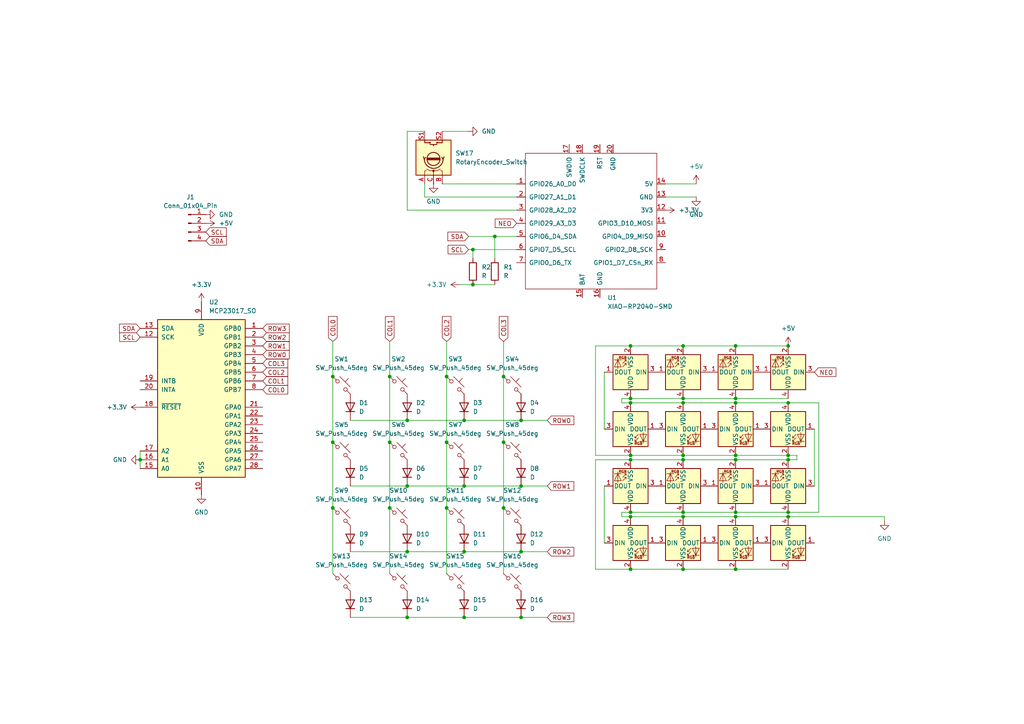
<source format=kicad_sch>
(kicad_sch (version 20231120) (generator "eeschema") (generator_version "8.0")
  (paper "A4")
  (lib_symbols
    (symbol "Connector:Conn_01x04_Pin" (pin_names (offset 1.016) hide)
      (property "Reference" "J" (at 0 5.08 0))
      (property "Value" "Conn_01x04_Pin" (at 0 -7.62 0))
      (symbol "Conn_01x04_Pin_1_1"
        (polyline (pts (xy 1.27 -5.08) (xy 0.8636 -5.08)) (stroke (width 0.1524)))
        (polyline (pts (xy 1.27 -2.54) (xy 0.8636 -2.54)) (stroke (width 0.1524)))
        (polyline (pts (xy 1.27 0) (xy 0.8636 0)) (stroke (width 0.1524)))
        (polyline (pts (xy 1.27 2.54) (xy 0.8636 2.54)) (stroke (width 0.1524)))
        (rectangle (start 0.8636 -4.953) (end 0 -5.207) (stroke (width 0.1524)) (fill (type outline)))
        (rectangle (start 0.8636 -2.413) (end 0 -2.667) (stroke (width 0.1524)) (fill (type outline)))
        (rectangle (start 0.8636 0.127) (end 0 -0.127) (stroke (width 0.1524)) (fill (type outline)))
        (rectangle (start 0.8636 2.667) (end 0 2.413) (stroke (width 0.1524)) (fill (type outline)))
        (pin passive line (at 5.08 2.54 180) (length 3.81) (name "Pin_1") (number "1"))
        (pin passive line (at 5.08 0 180) (length 3.81) (name "Pin_2") (number "2"))
        (pin passive line (at 5.08 -2.54 180) (length 3.81) (name "Pin_3") (number "3"))
        (pin passive line (at 5.08 -5.08 180) (length 3.81) (name "Pin_4") (number "4"))
      )
    )
    (symbol "Device:D" (pin_numbers hide) (pin_names (offset 1.016) hide)
      (property "Reference" "D" (at 0 2.54 0))
      (property "Value" "D" (at 0 -2.54 0))
      (symbol "D_0_1"
        (polyline (pts (xy -1.27 1.27) (xy -1.27 -1.27)) (stroke (width 0.254)))
        (polyline (pts (xy 1.27 0) (xy -1.27 0)))
        (polyline (pts (xy 1.27 1.27) (xy 1.27 -1.27) (xy -1.27 0) (xy 1.27 1.27)) (stroke (width 0.254)))
      )
      (symbol "D_1_1"
        (pin passive line (at -3.81 0 0) (length 2.54) (name "K") (number "1"))
        (pin passive line (at 3.81 0 180) (length 2.54) (name "A") (number "2"))
      )
    )
    (symbol "Device:R" (pin_numbers hide) (pin_names (offset 0))
      (property "Reference" "R" (at 2.032 0 90))
      (property "Value" "R" (at 0 0 90))
      (symbol "R_0_1"
        (rectangle (start -1.016 -2.54) (end 1.016 2.54) (stroke (width 0.254)))
      )
      (symbol "R_1_1"
        (pin passive line (at 0 3.81 270) (length 1.27) (name "~") (number "1"))
        (pin passive line (at 0 -3.81 90) (length 1.27) (name "~") (number "2"))
      )
    )
    (symbol "Device:RotaryEncoder_Switch" (pin_names (offset 0.254) hide)
      (property "Reference" "SW" (at 0 6.604 0))
      (property "Value" "RotaryEncoder_Switch" (at 0 -6.604 0))
      (symbol "RotaryEncoder_Switch_0_1"
        (rectangle (start -5.08 5.08) (end 5.08 -5.08) (stroke (width 0.254)) (fill (type background)))
        (circle (center -3.81 0) (radius 0.254) (fill (type outline)))
        (circle (center -0.381 0) (radius 1.905) (stroke (width 0.254)))
        (arc (start -0.381 2.667) (mid -3.0988 -0.0635) (end -0.381 -2.794) (stroke (width 0.254)))
        (polyline (pts (xy -0.635 -1.778) (xy -0.635 1.778)) (stroke (width 0.254)))
        (polyline (pts (xy -0.381 -1.778) (xy -0.381 1.778)) (stroke (width 0.254)))
        (polyline (pts (xy -0.127 1.778) (xy -0.127 -1.778)) (stroke (width 0.254)))
        (polyline (pts (xy 3.81 0) (xy 3.429 0)) (stroke (width 0.254)))
        (polyline (pts (xy 3.81 1.016) (xy 3.81 -1.016)) (stroke (width 0.254)))
        (polyline (pts (xy -5.08 -2.54) (xy -3.81 -2.54) (xy -3.81 -2.032)))
        (polyline (pts (xy -5.08 2.54) (xy -3.81 2.54) (xy -3.81 2.032)))
        (polyline (pts (xy 0.254 -3.048) (xy -0.508 -2.794) (xy 0.127 -2.413)) (stroke (width 0.254)))
        (polyline (pts (xy 0.254 2.921) (xy -0.508 2.667) (xy 0.127 2.286)) (stroke (width 0.254)))
        (polyline (pts (xy 5.08 -2.54) (xy 4.318 -2.54) (xy 4.318 -1.016)) (stroke (width 0.254)))
        (polyline (pts (xy 5.08 2.54) (xy 4.318 2.54) (xy 4.318 1.016)) (stroke (width 0.254)))
        (polyline (pts (xy -5.08 0) (xy -3.81 0) (xy -3.81 -1.016) (xy -3.302 -2.032)))
        (polyline (pts (xy -4.318 0) (xy -3.81 0) (xy -3.81 1.016) (xy -3.302 2.032)))
        (circle (center 4.318 -1.016) (radius 0.127) (stroke (width 0.254)))
        (circle (center 4.318 1.016) (radius 0.127) (stroke (width 0.254)))
      )
      (symbol "RotaryEncoder_Switch_1_1"
        (pin passive line (at -7.62 2.54 0) (length 2.54) (name "A") (number "A"))
        (pin passive line (at -7.62 -2.54 0) (length 2.54) (name "B") (number "B"))
        (pin passive line (at -7.62 0 0) (length 2.54) (name "C") (number "C"))
        (pin passive line (at 7.62 2.54 180) (length 2.54) (name "S1") (number "S1"))
        (pin passive line (at 7.62 -2.54 180) (length 2.54) (name "S2") (number "S2"))
      )
    )
    (symbol "Interface_Expansion:MCP23017_SO" (pin_names (offset 1.016))
      (property "Reference" "U" (at -11.43 24.13 0))
      (property "Value" "MCP23017_SO" (at 0 0 0))
      (symbol "MCP23017_SO_0_1"
        (rectangle (start -12.7 22.86) (end 12.7 -22.86) (stroke (width 0.254)) (fill (type background)))
      )
      (symbol "MCP23017_SO_1_1"
        (pin bidirectional line (at 17.78 20.32 180) (length 5.08) (name "GPB0") (number "1"))
        (pin power_in line (at 0 -27.94 90) (length 5.08) (name "VSS") (number "10"))
        (pin no_connect line (at -12.7 15.24 0) (length 5.08) hide (name "NC") (number "11"))
        (pin input line (at -17.78 17.78 0) (length 5.08) (name "SCK") (number "12"))
        (pin bidirectional line (at -17.78 20.32 0) (length 5.08) (name "SDA") (number "13"))
        (pin no_connect line (at -12.7 12.7 0) (length 5.08) hide (name "NC") (number "14"))
        (pin input line (at -17.78 -20.32 0) (length 5.08) (name "A0") (number "15"))
        (pin input line (at -17.78 -17.78 0) (length 5.08) (name "A1") (number "16"))
        (pin input line (at -17.78 -15.24 0) (length 5.08) (name "A2") (number "17"))
        (pin input line (at -17.78 -2.54 0) (length 5.08) (name "~{RESET}") (number "18"))
        (pin tri_state line (at -17.78 5.08 0) (length 5.08) (name "INTB") (number "19"))
        (pin bidirectional line (at 17.78 17.78 180) (length 5.08) (name "GPB1") (number "2"))
        (pin tri_state line (at -17.78 2.54 0) (length 5.08) (name "INTA") (number "20"))
        (pin bidirectional line (at 17.78 -2.54 180) (length 5.08) (name "GPA0") (number "21"))
        (pin bidirectional line (at 17.78 -5.08 180) (length 5.08) (name "GPA1") (number "22"))
        (pin bidirectional line (at 17.78 -7.62 180) (length 5.08) (name "GPA2") (number "23"))
        (pin bidirectional line (at 17.78 -10.16 180) (length 5.08) (name "GPA3") (number "24"))
        (pin bidirectional line (at 17.78 -12.7 180) (length 5.08) (name "GPA4") (number "25"))
        (pin bidirectional line (at 17.78 -15.24 180) (length 5.08) (name "GPA5") (number "26"))
        (pin bidirectional line (at 17.78 -17.78 180) (length 5.08) (name "GPA6") (number "27"))
        (pin bidirectional line (at 17.78 -20.32 180) (length 5.08) (name "GPA7") (number "28"))
        (pin bidirectional line (at 17.78 15.24 180) (length 5.08) (name "GPB2") (number "3"))
        (pin bidirectional line (at 17.78 12.7 180) (length 5.08) (name "GPB3") (number "4"))
        (pin bidirectional line (at 17.78 10.16 180) (length 5.08) (name "GPB4") (number "5"))
        (pin bidirectional line (at 17.78 7.62 180) (length 5.08) (name "GPB5") (number "6"))
        (pin bidirectional line (at 17.78 5.08 180) (length 5.08) (name "GPB6") (number "7"))
        (pin bidirectional line (at 17.78 2.54 180) (length 5.08) (name "GPB7") (number "8"))
        (pin power_in line (at 0 27.94 270) (length 5.08) (name "VDD") (number "9"))
      )
    )
    (symbol "LED:SK6812MINI" (pin_names (offset 0.254))
      (property "Reference" "D" (at 5.08 5.715 0))
      (property "Value" "SK6812MINI" (at 1.27 -5.715 0))
      (symbol "SK6812MINI_0_0"
        (text "RGB" (at 2.286 -4.191 0) (effects (font (size 0.762 0.762))))
      )
      (symbol "SK6812MINI_0_1"
        (polyline (pts (xy 1.27 -3.556) (xy 1.778 -3.556)))
        (polyline (pts (xy 1.27 -2.54) (xy 1.778 -2.54)))
        (polyline (pts (xy 4.699 -3.556) (xy 2.667 -3.556)))
        (polyline (pts (xy 2.286 -2.54) (xy 1.27 -3.556) (xy 1.27 -3.048)))
        (polyline (pts (xy 2.286 -1.524) (xy 1.27 -2.54) (xy 1.27 -2.032)))
        (polyline (pts (xy 3.683 -1.016) (xy 3.683 -3.556) (xy 3.683 -4.064)))
        (polyline (pts (xy 4.699 -1.524) (xy 2.667 -1.524) (xy 3.683 -3.556) (xy 4.699 -1.524)))
        (rectangle (start 5.08 5.08) (end -5.08 -5.08) (stroke (width 0.254)) (fill (type background)))
      )
      (symbol "SK6812MINI_1_1"
        (pin output line (at 7.62 0 180) (length 2.54) (name "DOUT") (number "1"))
        (pin power_in line (at 0 -7.62 90) (length 2.54) (name "VSS") (number "2"))
        (pin input line (at -7.62 0 0) (length 2.54) (name "DIN") (number "3"))
        (pin power_in line (at 0 7.62 270) (length 2.54) (name "VDD") (number "4"))
      )
    )
    (symbol "Seeed_Studio_XIAO_Series:XIAO-RP2040-SMD" (pin_names (offset 1.016))
      (property "Reference" "U" (at -18.542 23.114 0))
      (property "Value" "XIAO-RP2040-SMD" (at -8.382 21.336 0))
      (symbol "XIAO-RP2040-SMD_0_1"
        (rectangle (start 19.05 -19.05) (end -19.05 20.32))
      )
      (symbol "XIAO-RP2040-SMD_1_1"
        (pin passive line (at -21.59 11.43 0) (length 2.54) (name "GPIO26_A0_D0") (number "1"))
        (pin passive line (at 21.59 -3.81 180) (length 2.54) (name "GPIO4_D9_MISO") (number "10"))
        (pin passive line (at 21.59 0 180) (length 2.54) (name "GPIO3_D10_MOSI") (number "11"))
        (pin passive line (at 21.59 3.81 180) (length 2.54) (name "3V3") (number "12"))
        (pin passive line (at 21.59 7.62 180) (length 2.54) (name "GND") (number "13"))
        (pin passive line (at 21.59 11.43 180) (length 2.54) (name "5V") (number "14"))
        (pin passive line (at -2.54 -21.59 90) (length 2.54) (name "BAT") (number "15"))
        (pin passive line (at 2.54 -21.59 90) (length 2.54) (name "GND") (number "16"))
        (pin passive line (at -6.35 22.86 270) (length 2.54) (name "SWDIO") (number "17"))
        (pin passive line (at -2.54 22.86 270) (length 2.54) (name "SWDCLK") (number "18"))
        (pin passive line (at 2.54 22.86 270) (length 2.54) (name "RST") (number "19"))
        (pin passive line (at -21.59 7.62 0) (length 2.54) (name "GPIO27_A1_D1") (number "2"))
        (pin passive line (at 6.35 22.86 270) (length 2.54) (name "GND") (number "20"))
        (pin passive line (at -21.59 3.81 0) (length 2.54) (name "GPIO28_A2_D2") (number "3"))
        (pin passive line (at -21.59 0 0) (length 2.54) (name "GPIO29_A3_D3") (number "4"))
        (pin passive line (at -21.59 -3.81 0) (length 2.54) (name "GPIO6_D4_SDA") (number "5"))
        (pin passive line (at -21.59 -7.62 0) (length 2.54) (name "GPIO7_D5_SCL") (number "6"))
        (pin passive line (at -21.59 -11.43 0) (length 2.54) (name "GPIO0_D6_TX") (number "7"))
        (pin passive line (at 21.59 -11.43 180) (length 2.54) (name "GPIO1_D7_CSn_RX") (number "8"))
        (pin passive line (at 21.59 -7.62 180) (length 2.54) (name "GPIO2_D8_SCK") (number "9"))
      )
    )
    (symbol "Switch:SW_Push_45deg" (pin_numbers hide) (pin_names (offset 1.016) hide)
      (property "Reference" "SW" (at 3.048 1.016 0))
      (property "Value" "SW_Push_45deg" (at 0 -3.81 0))
      (symbol "SW_Push_45deg_0_1"
        (circle (center -1.1684 1.1684) (radius 0.508))
        (polyline (pts (xy -0.508 2.54) (xy 2.54 -0.508)))
        (polyline (pts (xy 1.016 1.016) (xy 2.032 2.032)))
        (polyline (pts (xy -2.54 2.54) (xy -1.524 1.524) (xy -1.524 1.524)))
        (polyline (pts (xy 1.524 -1.524) (xy 2.54 -2.54) (xy 2.54 -2.54) (xy 2.54 -2.54)))
        (circle (center 1.143 -1.1938) (radius 0.508))
        (pin passive line (at -2.54 2.54 0) (length 0) (name "1") (number "1"))
        (pin passive line (at 2.54 -2.54 180) (length 0) (name "2") (number "2"))
      )
    )
    (symbol "power:+3.3V" (power) (pin_numbers hide) (pin_names (offset 0) hide)
      (property "Value" "+3.3V" (at 0 3.556 0))
      (symbol "+3.3V_0_1"
        (polyline (pts (xy -0.762 1.27) (xy 0 2.54)))
        (polyline (pts (xy 0 0) (xy 0 2.54)))
        (polyline (pts (xy 0 2.54) (xy 0.762 1.27)))
      )
      (symbol "+3.3V_1_1"
        (pin power_in line (at 0 0 90) (length 0) (name "~") (number "1"))
      )
    )
    (symbol "power:+5V" (power) (pin_numbers hide) (pin_names (offset 0) hide)
      (property "Value" "+5V" (at 0 3.556 0))
      (symbol "+5V_0_1"
        (polyline (pts (xy -0.762 1.27) (xy 0 2.54)))
        (polyline (pts (xy 0 0) (xy 0 2.54)))
        (polyline (pts (xy 0 2.54) (xy 0.762 1.27)))
      )
      (symbol "+5V_1_1"
        (pin power_in line (at 0 0 90) (length 0) (name "~") (number "1"))
      )
    )
    (symbol "power:GND" (power) (pin_numbers hide) (pin_names (offset 0) hide)
      (property "Value" "GND" (at 0 -3.81 0))
      (symbol "GND_0_1"
        (polyline (pts (xy 0 0) (xy 0 -1.27) (xy 1.27 -1.27) (xy 0 -2.54) (xy -1.27 -1.27) (xy 0 -1.27)))
      )
      (symbol "GND_1_1"
        (pin power_in line (at 0 0 270) (length 0) (name "~") (number "1"))
      )
    )
  )
  (junction (at 213.36 132.08))
  (junction (at 198.12 133.35))
  (junction (at 198.12 149.86))
  (junction (at 134.62 121.92))
  (junction (at 198.12 165.1))
  (junction (at 213.36 149.86))
  (junction (at 137.16 72.39))
  (junction (at 146.05 128.27))
  (junction (at 118.11 179.07))
  (junction (at 182.88 100.33))
  (junction (at 146.05 109.22))
  (junction (at 228.6 116.84))
  (junction (at 96.52 147.32))
  (junction (at 182.88 148.59))
  (junction (at 182.88 132.08))
  (junction (at 198.12 115.57))
  (junction (at 129.54 128.27))
  (junction (at 134.62 179.07))
  (junction (at 198.12 100.33))
  (junction (at 137.16 82.55))
  (junction (at 129.54 109.22))
  (junction (at 113.03 109.22))
  (junction (at 151.13 140.97))
  (junction (at 151.13 179.07))
  (junction (at 151.13 160.02))
  (junction (at 213.36 133.35))
  (junction (at 129.54 147.32))
  (junction (at 146.05 147.32))
  (junction (at 213.36 115.57))
  (junction (at 182.88 165.1))
  (junction (at 228.6 100.33))
  (junction (at 213.36 148.59))
  (junction (at 198.12 116.84))
  (junction (at 96.52 109.22))
  (junction (at 134.62 140.97))
  (junction (at 40.64 133.35))
  (junction (at 228.6 132.08))
  (junction (at 198.12 148.59))
  (junction (at 151.13 121.92))
  (junction (at 228.6 133.35))
  (junction (at 198.12 132.08))
  (junction (at 182.88 133.35))
  (junction (at 228.6 149.86))
  (junction (at 118.11 140.97))
  (junction (at 228.6 148.59))
  (junction (at 143.51 68.58))
  (junction (at 113.03 147.32))
  (junction (at 182.88 115.57))
  (junction (at 213.36 116.84))
  (junction (at 118.11 160.02))
  (junction (at 182.88 149.86))
  (junction (at 182.88 116.84))
  (junction (at 118.11 121.92))
  (junction (at 96.52 128.27))
  (junction (at 213.36 100.33))
  (junction (at 113.03 128.27))
  (junction (at 134.62 160.02))
  (junction (at 213.36 165.1))
  (wire (pts (xy 123.19 38.1) (xy 118.11 38.1)))
  (wire (pts (xy 151.13 160.02) (xy 158.75 160.02)))
  (wire (pts (xy 180.34 148.59) (xy 180.34 149.86)))
  (wire (pts (xy 182.88 149.86) (xy 198.12 149.86)))
  (wire (pts (xy 172.72 132.08) (xy 182.88 132.08)))
  (wire (pts (xy 137.16 74.93) (xy 137.16 72.39)))
  (wire (pts (xy 146.05 147.32) (xy 146.05 166.37)))
  (wire (pts (xy 137.16 72.39) (xy 135.89 72.39)))
  (wire (pts (xy 137.16 72.39) (xy 149.86 72.39)))
  (wire (pts (xy 129.54 109.22) (xy 129.54 128.27)))
  (wire (pts (xy 182.88 132.08) (xy 198.12 132.08)))
  (wire (pts (xy 182.88 165.1) (xy 198.12 165.1)))
  (wire (pts (xy 96.52 99.06) (xy 96.52 109.22)))
  (wire (pts (xy 135.89 68.58) (xy 143.51 68.58)))
  (wire (pts (xy 236.22 124.46) (xy 236.22 140.97)))
  (wire (pts (xy 172.72 100.33) (xy 172.72 132.08)))
  (wire (pts (xy 237.49 148.59) (xy 228.6 148.59)))
  (wire (pts (xy 198.12 133.35) (xy 182.88 133.35)))
  (wire (pts (xy 129.54 128.27) (xy 129.54 147.32)))
  (wire (pts (xy 175.26 140.97) (xy 175.26 157.48)))
  (wire (pts (xy 123.19 57.15) (xy 149.86 57.15)))
  (wire (pts (xy 182.88 133.35) (xy 172.72 133.35)))
  (wire (pts (xy 129.54 147.32) (xy 129.54 166.37)))
  (wire (pts (xy 198.12 165.1) (xy 213.36 165.1)))
  (wire (pts (xy 180.34 116.84) (xy 182.88 116.84)))
  (wire (pts (xy 118.11 121.92) (xy 134.62 121.92)))
  (wire (pts (xy 151.13 179.07) (xy 158.75 179.07)))
  (wire (pts (xy 118.11 60.96) (xy 149.86 60.96)))
  (wire (pts (xy 134.62 179.07) (xy 151.13 179.07)))
  (wire (pts (xy 118.11 140.97) (xy 134.62 140.97)))
  (wire (pts (xy 198.12 100.33) (xy 182.88 100.33)))
  (wire (pts (xy 228.6 133.35) (xy 213.36 133.35)))
  (wire (pts (xy 198.12 149.86) (xy 213.36 149.86)))
  (wire (pts (xy 198.12 115.57) (xy 182.88 115.57)))
  (wire (pts (xy 143.51 68.58) (xy 149.86 68.58)))
  (wire (pts (xy 228.6 100.33) (xy 213.36 100.33)))
  (wire (pts (xy 134.62 160.02) (xy 151.13 160.02)))
  (wire (pts (xy 40.64 130.81) (xy 40.64 133.35)))
  (wire (pts (xy 118.11 38.1) (xy 118.11 60.96)))
  (wire (pts (xy 231.14 132.08) (xy 231.14 133.35)))
  (wire (pts (xy 143.51 74.93) (xy 143.51 68.58)))
  (wire (pts (xy 180.34 115.57) (xy 180.34 116.84)))
  (wire (pts (xy 256.54 149.86) (xy 256.54 151.13)))
  (wire (pts (xy 193.04 53.34) (xy 201.93 53.34)))
  (wire (pts (xy 113.03 109.22) (xy 113.03 128.27)))
  (wire (pts (xy 96.52 109.22) (xy 96.52 128.27)))
  (wire (pts (xy 129.54 99.06) (xy 129.54 109.22)))
  (wire (pts (xy 40.64 133.35) (xy 40.64 135.89)))
  (wire (pts (xy 134.62 140.97) (xy 151.13 140.97)))
  (wire (pts (xy 182.88 148.59) (xy 180.34 148.59)))
  (wire (pts (xy 228.6 116.84) (xy 237.49 116.84)))
  (wire (pts (xy 175.26 107.95) (xy 175.26 124.46)))
  (wire (pts (xy 118.11 160.02) (xy 134.62 160.02)))
  (wire (pts (xy 113.03 128.27) (xy 113.03 147.32)))
  (wire (pts (xy 213.36 100.33) (xy 198.12 100.33)))
  (wire (pts (xy 172.72 133.35) (xy 172.72 165.1)))
  (wire (pts (xy 213.36 116.84) (xy 228.6 116.84)))
  (wire (pts (xy 213.36 133.35) (xy 198.12 133.35)))
  (wire (pts (xy 213.36 165.1) (xy 228.6 165.1)))
  (wire (pts (xy 151.13 121.92) (xy 158.75 121.92)))
  (wire (pts (xy 182.88 116.84) (xy 198.12 116.84)))
  (wire (pts (xy 101.6 140.97) (xy 118.11 140.97)))
  (wire (pts (xy 198.12 148.59) (xy 182.88 148.59)))
  (wire (pts (xy 151.13 140.97) (xy 158.75 140.97)))
  (wire (pts (xy 113.03 99.06) (xy 113.03 109.22)))
  (wire (pts (xy 101.6 121.92) (xy 118.11 121.92)))
  (wire (pts (xy 182.88 100.33) (xy 172.72 100.33)))
  (wire (pts (xy 180.34 149.86) (xy 182.88 149.86)))
  (wire (pts (xy 193.04 57.15) (xy 201.93 57.15)))
  (wire (pts (xy 146.05 99.06) (xy 146.05 109.22)))
  (wire (pts (xy 228.6 132.08) (xy 231.14 132.08)))
  (wire (pts (xy 213.36 132.08) (xy 228.6 132.08)))
  (wire (pts (xy 134.62 121.92) (xy 151.13 121.92)))
  (wire (pts (xy 198.12 116.84) (xy 213.36 116.84)))
  (wire (pts (xy 146.05 128.27) (xy 146.05 147.32)))
  (wire (pts (xy 231.14 133.35) (xy 228.6 133.35)))
  (wire (pts (xy 128.27 38.1) (xy 135.89 38.1)))
  (wire (pts (xy 96.52 128.27) (xy 96.52 147.32)))
  (wire (pts (xy 128.27 53.34) (xy 149.86 53.34)))
  (wire (pts (xy 182.88 115.57) (xy 180.34 115.57)))
  (wire (pts (xy 172.72 165.1) (xy 182.88 165.1)))
  (wire (pts (xy 118.11 179.07) (xy 134.62 179.07)))
  (wire (pts (xy 96.52 147.32) (xy 96.52 166.37)))
  (wire (pts (xy 213.36 115.57) (xy 198.12 115.57)))
  (wire (pts (xy 228.6 149.86) (xy 256.54 149.86)))
  (wire (pts (xy 228.6 148.59) (xy 213.36 148.59)))
  (wire (pts (xy 237.49 116.84) (xy 237.49 148.59)))
  (wire (pts (xy 228.6 115.57) (xy 213.36 115.57)))
  (wire (pts (xy 213.36 149.86) (xy 228.6 149.86)))
  (wire (pts (xy 113.03 147.32) (xy 113.03 166.37)))
  (wire (pts (xy 101.6 179.07) (xy 118.11 179.07)))
  (wire (pts (xy 101.6 160.02) (xy 118.11 160.02)))
  (wire (pts (xy 198.12 132.08) (xy 213.36 132.08)))
  (wire (pts (xy 146.05 109.22) (xy 146.05 128.27)))
  (wire (pts (xy 137.16 82.55) (xy 143.51 82.55)))
  (wire (pts (xy 123.19 57.15) (xy 123.19 53.34)))
  (wire (pts (xy 213.36 148.59) (xy 198.12 148.59)))
  (wire (pts (xy 133.35 82.55) (xy 137.16 82.55)))
  (global_label "COL2" (shape input) (at 129.54 99.06 90) (property "Intersheetrefs" "${INTERSHEET_REFS}" (effects (hide yes))))
  (global_label "SDA" (shape input) (at 40.64 95.25 180) (property "Intersheetrefs" "${INTERSHEET_REFS}" (effects (hide yes))))
  (global_label "ROW2" (shape input) (at 76.2 97.79 0) (property "Intersheetrefs" "${INTERSHEET_REFS}" (effects (hide yes))))
  (global_label "ROW1" (shape input) (at 158.75 140.97 0) (property "Intersheetrefs" "${INTERSHEET_REFS}" (effects (hide yes))))
  (global_label "COL1" (shape input) (at 76.2 110.49 0) (property "Intersheetrefs" "${INTERSHEET_REFS}" (effects (hide yes))))
  (global_label "ROW3" (shape input) (at 158.75 179.07 0) (property "Intersheetrefs" "${INTERSHEET_REFS}" (effects (hide yes))))
  (global_label "ROW2" (shape input) (at 158.75 160.02 0) (property "Intersheetrefs" "${INTERSHEET_REFS}" (effects (hide yes))))
  (global_label "NEO" (shape input) (at 149.86 64.77 180) (property "Intersheetrefs" "${INTERSHEET_REFS}" (effects (hide yes))))
  (global_label "COL2" (shape input) (at 76.2 107.95 0) (property "Intersheetrefs" "${INTERSHEET_REFS}" (effects (hide yes))))
  (global_label "SCL" (shape input) (at 40.64 97.79 180) (property "Intersheetrefs" "${INTERSHEET_REFS}" (effects (hide yes))))
  (global_label "COL0" (shape input) (at 76.2 113.03 0) (property "Intersheetrefs" "${INTERSHEET_REFS}" (effects (hide yes))))
  (global_label "COL0" (shape input) (at 96.52 99.06 90) (property "Intersheetrefs" "${INTERSHEET_REFS}" (effects (hide yes))))
  (global_label "COL1" (shape input) (at 113.03 99.06 90) (property "Intersheetrefs" "${INTERSHEET_REFS}" (effects (hide yes))))
  (global_label "ROW0" (shape input) (at 76.2 102.87 0) (property "Intersheetrefs" "${INTERSHEET_REFS}" (effects (hide yes))))
  (global_label "SDA" (shape input) (at 135.89 68.58 180) (property "Intersheetrefs" "${INTERSHEET_REFS}" (effects (hide yes))))
  (global_label "ROW1" (shape input) (at 76.2 100.33 0) (property "Intersheetrefs" "${INTERSHEET_REFS}" (effects (hide yes))))
  (global_label "ROW3" (shape input) (at 76.2 95.25 0) (property "Intersheetrefs" "${INTERSHEET_REFS}" (effects (hide yes))))
  (global_label "SCL" (shape input) (at 59.69 67.31 0) (property "Intersheetrefs" "${INTERSHEET_REFS}" (effects (hide yes))))
  (global_label "COL3" (shape input) (at 76.2 105.41 0) (property "Intersheetrefs" "${INTERSHEET_REFS}" (effects (hide yes))))
  (global_label "ROW0" (shape input) (at 158.75 121.92 0) (property "Intersheetrefs" "${INTERSHEET_REFS}" (effects (hide yes))))
  (global_label "SDA" (shape input) (at 59.69 69.85 0) (property "Intersheetrefs" "${INTERSHEET_REFS}" (effects (hide yes))))
  (global_label "NEO" (shape input) (at 236.22 107.95 0) (property "Intersheetrefs" "${INTERSHEET_REFS}" (effects (hide yes))))
  (global_label "SCL" (shape input) (at 135.89 72.39 180) (property "Intersheetrefs" "${INTERSHEET_REFS}" (effects (hide yes))))
  (global_label "COL3" (shape input) (at 146.05 99.06 90) (property "Intersheetrefs" "${INTERSHEET_REFS}" (effects (hide yes))))
  (symbol (lib_id "LED:SK6812MINI") (at 213.36 107.95 180) (unit 1)
    (property "Reference" "D18" (effects (hide yes)))
    (property "Value" "SK6812MINI" (effects (hide yes)))
    (property "Footprint" "CustomLib:GoofyLED" (effects (hide yes)))
    (property "Datasheet" "https://cdn-shop.adafruit.com/product-files/2686/SK6812MINI_REV.01-1-2.pdf" (effects (hide yes)))
    (property "Description" "RGB LED with integrated controller" (effects (hide yes)))
  )
  (symbol (lib_id "Device:D") (at 118.11 175.26 90) (unit 1)
    (property "Reference" "D14" (at 120.65 173.9899 90) (effects (justify right)))
    (property "Value" "D" (at 120.65 176.5299 90) (effects (justify right)))
    (property "Footprint" "Diode_THT:D_DO-35_SOD27_P7.62mm_Horizontal" (effects (hide yes)))
    (property "Description" "Diode" (effects (hide yes)))
    (property "Sim.Device" "D" (effects (hide yes)))
    (property "Sim.Pins" "1=K 2=A" (effects (hide yes)))
  )
  (symbol (lib_id "Switch:SW_Push_45deg") (at 132.08 168.91 0) (unit 1)
    (property "Reference" "SW15" (at 132.08 161.29 0))
    (property "Value" "SW_Push_45deg" (at 132.08 163.83 0))
    (property "Footprint" "CustomLib:CustomSwitch" (effects (hide yes)))
    (property "Description" "Push button switch, normally open, two pins, 45° tilted" (effects (hide yes)))
  )
  (symbol (lib_id "Switch:SW_Push_45deg") (at 99.06 168.91 0) (unit 1)
    (property "Reference" "SW13" (at 99.06 161.29 0))
    (property "Value" "SW_Push_45deg" (at 99.06 163.83 0))
    (property "Footprint" "CustomLib:CustomSwitch" (effects (hide yes)))
    (property "Description" "Push button switch, normally open, two pins, 45° tilted" (effects (hide yes)))
  )
  (symbol (lib_id "power:+5V") (at 228.6 100.33 0) (unit 1)
    (property "Reference" "#PWR012" (effects (hide yes)))
    (property "Value" "+5V" (at 228.6 95.25 0))
    (property "Description" "Power symbol creates a global label with name \"+5V\"" (effects (hide yes)))
  )
  (symbol (lib_id "Device:D") (at 101.6 156.21 90) (unit 1)
    (property "Reference" "D9" (at 104.14 154.9399 90) (effects (justify right)))
    (property "Value" "D" (at 104.14 157.4799 90) (effects (justify right)))
    (property "Footprint" "Diode_THT:D_DO-35_SOD27_P7.62mm_Horizontal" (effects (hide yes)))
    (property "Description" "Diode" (effects (hide yes)))
    (property "Sim.Device" "D" (effects (hide yes)))
    (property "Sim.Pins" "1=K 2=A" (effects (hide yes)))
  )
  (symbol (lib_id "LED:SK6812MINI") (at 182.88 140.97 180) (unit 1)
    (property "Reference" "D28" (effects (hide yes)))
    (property "Value" "SK6812MINI" (effects (hide yes)))
    (property "Footprint" "CustomLib:GoofyLED" (effects (hide yes)))
    (property "Datasheet" "https://cdn-shop.adafruit.com/product-files/2686/SK6812MINI_REV.01-1-2.pdf" (effects (hide yes)))
    (property "Description" "RGB LED with integrated controller" (effects (hide yes)))
  )
  (symbol (lib_id "LED:SK6812MINI") (at 198.12 157.48 0) (unit 1)
    (property "Reference" "D30" (effects (hide yes)))
    (property "Value" "SK6812MINI" (effects (hide yes)))
    (property "Footprint" "CustomLib:GoofyLED" (effects (hide yes)))
    (property "Datasheet" "https://cdn-shop.adafruit.com/product-files/2686/SK6812MINI_REV.01-1-2.pdf" (effects (hide yes)))
    (property "Description" "RGB LED with integrated controller" (effects (hide yes)))
  )
  (symbol (lib_id "power:+3.3V") (at 58.42 87.63 0) (unit 1)
    (property "Reference" "#PWR09" (effects (hide yes)))
    (property "Value" "+3.3V" (at 58.42 82.55 0))
    (property "Description" "Power symbol creates a global label with name \"+3.3V\"" (effects (hide yes)))
  )
  (symbol (lib_id "Switch:SW_Push_45deg") (at 115.57 149.86 0) (unit 1)
    (property "Reference" "SW10" (at 115.57 142.24 0))
    (property "Value" "SW_Push_45deg" (at 115.57 144.78 0))
    (property "Footprint" "CustomLib:CustomSwitch" (effects (hide yes)))
    (property "Description" "Push button switch, normally open, two pins, 45° tilted" (effects (hide yes)))
  )
  (symbol (lib_id "power:+3.3V") (at 40.64 118.11 90) (unit 1)
    (property "Reference" "#PWR06" (effects (hide yes)))
    (property "Value" "+3.3V" (at 36.83 118.1099 90) (effects (justify left)))
    (property "Description" "Power symbol creates a global label with name \"+3.3V\"" (effects (hide yes)))
  )
  (symbol (lib_id "LED:SK6812MINI") (at 198.12 107.95 180) (unit 1)
    (property "Reference" "D19" (effects (hide yes)))
    (property "Value" "SK6812MINI" (effects (hide yes)))
    (property "Footprint" "CustomLib:GoofyLED" (effects (hide yes)))
    (property "Datasheet" "https://cdn-shop.adafruit.com/product-files/2686/SK6812MINI_REV.01-1-2.pdf" (effects (hide yes)))
    (property "Description" "RGB LED with integrated controller" (effects (hide yes)))
  )
  (symbol (lib_id "LED:SK6812MINI") (at 198.12 140.97 180) (unit 1)
    (property "Reference" "D27" (effects (hide yes)))
    (property "Value" "SK6812MINI" (effects (hide yes)))
    (property "Footprint" "CustomLib:GoofyLED" (effects (hide yes)))
    (property "Datasheet" "https://cdn-shop.adafruit.com/product-files/2686/SK6812MINI_REV.01-1-2.pdf" (effects (hide yes)))
    (property "Description" "RGB LED with integrated controller" (effects (hide yes)))
  )
  (symbol (lib_id "Switch:SW_Push_45deg") (at 99.06 111.76 0) (unit 1)
    (property "Reference" "SW1" (at 99.06 104.14 0))
    (property "Value" "SW_Push_45deg" (at 99.06 106.68 0))
    (property "Footprint" "CustomLib:CustomSwitch" (effects (hide yes)))
    (property "Description" "Push button switch, normally open, two pins, 45° tilted" (effects (hide yes)))
  )
  (symbol (lib_id "Switch:SW_Push_45deg") (at 148.59 111.76 0) (unit 1)
    (property "Reference" "SW4" (at 148.59 104.14 0))
    (property "Value" "SW_Push_45deg" (at 148.59 106.68 0))
    (property "Footprint" "CustomLib:CustomSwitch" (effects (hide yes)))
    (property "Description" "Push button switch, normally open, two pins, 45° tilted" (effects (hide yes)))
  )
  (symbol (lib_id "Device:D") (at 151.13 137.16 90) (unit 1)
    (property "Reference" "D8" (at 153.67 135.8899 90) (effects (justify right)))
    (property "Value" "D" (at 153.67 138.4299 90) (effects (justify right)))
    (property "Footprint" "Diode_THT:D_DO-35_SOD27_P7.62mm_Horizontal" (effects (hide yes)))
    (property "Description" "Diode" (effects (hide yes)))
    (property "Sim.Device" "D" (effects (hide yes)))
    (property "Sim.Pins" "1=K 2=A" (effects (hide yes)))
  )
  (symbol (lib_id "Switch:SW_Push_45deg") (at 99.06 130.81 0) (unit 1)
    (property "Reference" "SW5" (at 99.06 123.19 0))
    (property "Value" "SW_Push_45deg" (at 99.06 125.73 0))
    (property "Footprint" "CustomLib:CustomSwitch" (effects (hide yes)))
    (property "Description" "Push button switch, normally open, two pins, 45° tilted" (effects (hide yes)))
  )
  (symbol (lib_id "Device:D") (at 134.62 175.26 90) (unit 1)
    (property "Reference" "D15" (at 137.16 173.9899 90) (effects (justify right)))
    (property "Value" "D" (at 137.16 176.5299 90) (effects (justify right)))
    (property "Footprint" "Diode_THT:D_DO-35_SOD27_P7.62mm_Horizontal" (effects (hide yes)))
    (property "Description" "Diode" (effects (hide yes)))
    (property "Sim.Device" "D" (effects (hide yes)))
    (property "Sim.Pins" "1=K 2=A" (effects (hide yes)))
  )
  (symbol (lib_id "LED:SK6812MINI") (at 228.6 124.46 0) (unit 1)
    (property "Reference" "D24" (effects (hide yes)))
    (property "Value" "SK6812MINI" (effects (hide yes)))
    (property "Footprint" "CustomLib:GoofyLED" (effects (hide yes)))
    (property "Datasheet" "https://cdn-shop.adafruit.com/product-files/2686/SK6812MINI_REV.01-1-2.pdf" (effects (hide yes)))
    (property "Description" "RGB LED with integrated controller" (effects (hide yes)))
  )
  (symbol (lib_id "LED:SK6812MINI") (at 213.36 140.97 180) (unit 1)
    (property "Reference" "D26" (effects (hide yes)))
    (property "Value" "SK6812MINI" (effects (hide yes)))
    (property "Footprint" "CustomLib:GoofyLED" (effects (hide yes)))
    (property "Datasheet" "https://cdn-shop.adafruit.com/product-files/2686/SK6812MINI_REV.01-1-2.pdf" (effects (hide yes)))
    (property "Description" "RGB LED with integrated controller" (effects (hide yes)))
  )
  (symbol (lib_id "Switch:SW_Push_45deg") (at 115.57 168.91 0) (unit 1)
    (property "Reference" "SW14" (at 115.57 161.29 0))
    (property "Value" "SW_Push_45deg" (at 115.57 163.83 0))
    (property "Footprint" "CustomLib:CustomSwitch" (effects (hide yes)))
    (property "Description" "Push button switch, normally open, two pins, 45° tilted" (effects (hide yes)))
  )
  (symbol (lib_id "Device:D") (at 134.62 137.16 90) (unit 1)
    (property "Reference" "D7" (at 137.16 135.8899 90) (effects (justify right)))
    (property "Value" "D" (at 137.16 138.4299 90) (effects (justify right)))
    (property "Footprint" "Diode_THT:D_DO-35_SOD27_P7.62mm_Horizontal" (effects (hide yes)))
    (property "Description" "Diode" (effects (hide yes)))
    (property "Sim.Device" "D" (effects (hide yes)))
    (property "Sim.Pins" "1=K 2=A" (effects (hide yes)))
  )
  (symbol (lib_id "Switch:SW_Push_45deg") (at 132.08 111.76 0) (unit 1)
    (property "Reference" "SW3" (at 132.08 104.14 0))
    (property "Value" "SW_Push_45deg" (at 132.08 106.68 0))
    (property "Footprint" "CustomLib:CustomSwitch" (effects (hide yes)))
    (property "Description" "Push button switch, normally open, two pins, 45° tilted" (effects (hide yes)))
  )
  (symbol (lib_id "Switch:SW_Push_45deg") (at 132.08 149.86 0) (unit 1)
    (property "Reference" "SW11" (at 132.08 142.24 0))
    (property "Value" "SW_Push_45deg" (at 132.08 144.78 0))
    (property "Footprint" "CustomLib:CustomSwitch" (effects (hide yes)))
    (property "Description" "Push button switch, normally open, two pins, 45° tilted" (effects (hide yes)))
  )
  (symbol (lib_id "Switch:SW_Push_45deg") (at 148.59 149.86 0) (unit 1)
    (property "Reference" "SW12" (at 148.59 142.24 0))
    (property "Value" "SW_Push_45deg" (at 148.59 144.78 0))
    (property "Footprint" "CustomLib:CustomSwitch" (effects (hide yes)))
    (property "Description" "Push button switch, normally open, two pins, 45° tilted" (effects (hide yes)))
  )
  (symbol (lib_id "power:+5V") (at 201.93 53.34 0) (unit 1)
    (property "Reference" "#PWR02" (effects (hide yes)))
    (property "Value" "+5V" (at 201.93 48.26 0))
    (property "Description" "Power symbol creates a global label with name \"+5V\"" (effects (hide yes)))
  )
  (symbol (lib_id "LED:SK6812MINI") (at 213.36 157.48 0) (unit 1)
    (property "Reference" "D31" (effects (hide yes)))
    (property "Value" "SK6812MINI" (effects (hide yes)))
    (property "Footprint" "CustomLib:GoofyLED" (effects (hide yes)))
    (property "Datasheet" "https://cdn-shop.adafruit.com/product-files/2686/SK6812MINI_REV.01-1-2.pdf" (effects (hide yes)))
    (property "Description" "RGB LED with integrated controller" (effects (hide yes)))
  )
  (symbol (lib_id "LED:SK6812MINI") (at 228.6 140.97 180) (unit 1)
    (property "Reference" "D25" (effects (hide yes)))
    (property "Value" "SK6812MINI" (effects (hide yes)))
    (property "Footprint" "CustomLib:GoofyLED" (effects (hide yes)))
    (property "Datasheet" "https://cdn-shop.adafruit.com/product-files/2686/SK6812MINI_REV.01-1-2.pdf" (effects (hide yes)))
    (property "Description" "RGB LED with integrated controller" (effects (hide yes)))
  )
  (symbol (lib_id "power:GND") (at 256.54 151.13 0) (unit 1)
    (property "Reference" "#PWR013" (effects (hide yes)))
    (property "Value" "GND" (at 256.54 156.21 0))
    (property "Description" "Power symbol creates a global label with name \"GND\" , ground" (effects (hide yes)))
  )
  (symbol (lib_id "power:GND") (at 201.93 57.15 0) (unit 1)
    (property "Reference" "#PWR01" (effects (hide yes)))
    (property "Value" "GND" (at 201.93 62.23 0))
    (property "Description" "Power symbol creates a global label with name \"GND\" , ground" (effects (hide yes)))
  )
  (symbol (lib_id "Device:R") (at 137.16 78.74 180) (unit 1)
    (property "Reference" "R2" (at 139.7 77.4699 0) (effects (justify right)))
    (property "Value" "R" (at 139.7 80.0099 0) (effects (justify right)))
    (property "Footprint" "Resistor_THT:R_Axial_DIN0204_L3.6mm_D1.6mm_P7.62mm_Horizontal" (effects (hide yes)))
    (property "Description" "Resistor" (effects (hide yes)))
  )
  (symbol (lib_id "Switch:SW_Push_45deg") (at 99.06 149.86 0) (unit 1)
    (property "Reference" "SW9" (at 99.06 142.24 0))
    (property "Value" "SW_Push_45deg" (at 99.06 144.78 0))
    (property "Footprint" "CustomLib:CustomSwitch" (effects (hide yes)))
    (property "Description" "Push button switch, normally open, two pins, 45° tilted" (effects (hide yes)))
  )
  (symbol (lib_id "Switch:SW_Push_45deg") (at 115.57 130.81 0) (unit 1)
    (property "Reference" "SW6" (at 115.57 123.19 0))
    (property "Value" "SW_Push_45deg" (at 115.57 125.73 0))
    (property "Footprint" "CustomLib:CustomSwitch" (effects (hide yes)))
    (property "Description" "Push button switch, normally open, two pins, 45° tilted" (effects (hide yes)))
  )
  (symbol (lib_id "LED:SK6812MINI") (at 182.88 107.95 180) (unit 1)
    (property "Reference" "D20" (effects (hide yes)))
    (property "Value" "SK6812MINI" (effects (hide yes)))
    (property "Footprint" "CustomLib:GoofyLED" (effects (hide yes)))
    (property "Datasheet" "https://cdn-shop.adafruit.com/product-files/2686/SK6812MINI_REV.01-1-2.pdf" (effects (hide yes)))
    (property "Description" "RGB LED with integrated controller" (effects (hide yes)))
  )
  (symbol (lib_id "power:GND") (at 40.64 133.35 270) (unit 1)
    (property "Reference" "#PWR07" (effects (hide yes)))
    (property "Value" "GND" (at 36.83 133.3499 90) (effects (justify right)))
    (property "Description" "Power symbol creates a global label with name \"GND\" , ground" (effects (hide yes)))
  )
  (symbol (lib_id "Device:RotaryEncoder_Switch") (at 125.73 45.72 90) (unit 1)
    (property "Reference" "SW17" (at 132.08 44.4499 90) (effects (justify right)))
    (property "Value" "RotaryEncoder_Switch" (at 132.08 46.9899 90) (effects (justify right)))
    (property "Footprint" "Rotary_Encoder:RotaryEncoder_Alps_EC11E-Switch_Vertical_H20mm_CircularMountingHoles" (effects (hide yes)))
    (property "Description" "Rotary encoder, dual channel, incremental quadrate outputs, with switch" (effects (hide yes)))
  )
  (symbol (lib_id "Device:D") (at 118.11 137.16 90) (unit 1)
    (property "Reference" "D6" (at 120.65 135.8899 90) (effects (justify right)))
    (property "Value" "D" (at 120.65 138.4299 90) (effects (justify right)))
    (property "Footprint" "Diode_THT:D_DO-35_SOD27_P7.62mm_Horizontal" (effects (hide yes)))
    (property "Description" "Diode" (effects (hide yes)))
    (property "Sim.Device" "D" (effects (hide yes)))
    (property "Sim.Pins" "1=K 2=A" (effects (hide yes)))
  )
  (symbol (lib_id "LED:SK6812MINI") (at 182.88 157.48 0) (unit 1)
    (property "Reference" "D29" (effects (hide yes)))
    (property "Value" "SK6812MINI" (effects (hide yes)))
    (property "Footprint" "CustomLib:GoofyLED" (effects (hide yes)))
    (property "Datasheet" "https://cdn-shop.adafruit.com/product-files/2686/SK6812MINI_REV.01-1-2.pdf" (effects (hide yes)))
    (property "Description" "RGB LED with integrated controller" (effects (hide yes)))
  )
  (symbol (lib_id "Switch:SW_Push_45deg") (at 148.59 168.91 0) (unit 1)
    (property "Reference" "SW16" (at 148.59 161.29 0))
    (property "Value" "SW_Push_45deg" (at 148.59 163.83 0))
    (property "Footprint" "CustomLib:CustomSwitch" (effects (hide yes)))
    (property "Description" "Push button switch, normally open, two pins, 45° tilted" (effects (hide yes)))
  )
  (symbol (lib_id "Device:D") (at 151.13 118.11 90) (unit 1)
    (property "Reference" "D4" (at 153.67 116.8399 90) (effects (justify right)))
    (property "Value" "D" (at 153.67 119.3799 90) (effects (justify right)))
    (property "Footprint" "Diode_THT:D_DO-35_SOD27_P7.62mm_Horizontal" (effects (hide yes)))
    (property "Description" "Diode" (effects (hide yes)))
    (property "Sim.Device" "D" (effects (hide yes)))
    (property "Sim.Pins" "1=K 2=A" (effects (hide yes)))
  )
  (symbol (lib_id "Interface_Expansion:MCP23017_SO") (at 58.42 115.57 0) (unit 1)
    (property "Reference" "U2" (at 60.6141 87.63 0) (effects (justify left)))
    (property "Value" "MCP23017_SO" (at 60.6141 90.17 0) (effects (justify left)))
    (property "Footprint" "Package_SO:SOIC-28W_7.5x17.9mm_P1.27mm" (effects (hide yes)))
    (property "Datasheet" "http://ww1.microchip.com/downloads/en/DeviceDoc/20001952C.pdf" (effects (hide yes)))
    (property "Description" "16-bit I/O expander, I2C, interrupts, w pull-ups, SOIC-28" (effects (hide yes)))
  )
  (symbol (lib_id "Switch:SW_Push_45deg") (at 148.59 130.81 0) (unit 1)
    (property "Reference" "SW8" (at 148.59 123.19 0))
    (property "Value" "SW_Push_45deg" (at 148.59 125.73 0))
    (property "Footprint" "CustomLib:CustomSwitch" (effects (hide yes)))
    (property "Description" "Push button switch, normally open, two pins, 45° tilted" (effects (hide yes)))
  )
  (symbol (lib_id "Switch:SW_Push_45deg") (at 132.08 130.81 0) (unit 1)
    (property "Reference" "SW7" (at 132.08 123.19 0))
    (property "Value" "SW_Push_45deg" (at 132.08 125.73 0))
    (property "Footprint" "CustomLib:CustomSwitch" (effects (hide yes)))
    (property "Description" "Push button switch, normally open, two pins, 45° tilted" (effects (hide yes)))
  )
  (symbol (lib_id "Device:R") (at 143.51 78.74 180) (unit 1)
    (property "Reference" "R1" (at 146.05 77.4699 0) (effects (justify right)))
    (property "Value" "R" (at 146.05 80.0099 0) (effects (justify right)))
    (property "Footprint" "Resistor_THT:R_Axial_DIN0204_L3.6mm_D1.6mm_P7.62mm_Horizontal" (effects (hide yes)))
    (property "Description" "Resistor" (effects (hide yes)))
  )
  (symbol (lib_id "power:+3.3V") (at 193.04 60.96 270) (unit 1)
    (property "Reference" "#PWR014" (effects (hide yes)))
    (property "Value" "+3.3V" (at 196.85 60.9599 90) (effects (justify left)))
    (property "Description" "Power symbol creates a global label with name \"+3.3V\"" (effects (hide yes)))
  )
  (symbol (lib_id "Device:D") (at 151.13 175.26 90) (unit 1)
    (property "Reference" "D16" (at 153.67 173.9899 90) (effects (justify right)))
    (property "Value" "D" (at 153.67 176.5299 90) (effects (justify right)))
    (property "Footprint" "Diode_THT:D_DO-35_SOD27_P7.62mm_Horizontal" (effects (hide yes)))
    (property "Description" "Diode" (effects (hide yes)))
    (property "Sim.Device" "D" (effects (hide yes)))
    (property "Sim.Pins" "1=K 2=A" (effects (hide yes)))
  )
  (symbol (lib_id "LED:SK6812MINI") (at 182.88 124.46 0) (unit 1)
    (property "Reference" "D21" (effects (hide yes)))
    (property "Value" "SK6812MINI" (effects (hide yes)))
    (property "Footprint" "CustomLib:GoofyLED" (effects (hide yes)))
    (property "Datasheet" "https://cdn-shop.adafruit.com/product-files/2686/SK6812MINI_REV.01-1-2.pdf" (effects (hide yes)))
    (property "Description" "RGB LED with integrated controller" (effects (hide yes)))
  )
  (symbol (lib_id "Seeed_Studio_XIAO_Series:XIAO-RP2040-SMD") (at 171.45 64.77 0) (unit 1)
    (property "Reference" "U1" (at 176.1841 86.36 0) (effects (justify left)))
    (property "Value" "XIAO-RP2040-SMD" (at 176.1841 88.9 0) (effects (justify left)))
    (property "Footprint" "Seeed Studio XIAO Series Library:XIAO-RP2040-SMD" (effects (hide yes)))
  )
  (symbol (lib_id "Device:D") (at 134.62 118.11 90) (unit 1)
    (property "Reference" "D3" (at 137.16 116.8399 90) (effects (justify right)))
    (property "Value" "D" (at 137.16 119.3799 90) (effects (justify right)))
    (property "Footprint" "Diode_THT:D_DO-35_SOD27_P7.62mm_Horizontal" (effects (hide yes)))
    (property "Description" "Diode" (effects (hide yes)))
    (property "Sim.Device" "D" (effects (hide yes)))
    (property "Sim.Pins" "1=K 2=A" (effects (hide yes)))
  )
  (symbol (lib_id "Device:D") (at 101.6 118.11 90) (unit 1)
    (property "Reference" "D1" (at 104.14 116.8399 90) (effects (justify right)))
    (property "Value" "D" (at 104.14 119.3799 90) (effects (justify right)))
    (property "Footprint" "Diode_THT:D_DO-35_SOD27_P7.62mm_Horizontal" (effects (hide yes)))
    (property "Description" "Diode" (effects (hide yes)))
    (property "Sim.Device" "D" (effects (hide yes)))
    (property "Sim.Pins" "1=K 2=A" (effects (hide yes)))
  )
  (symbol (lib_id "Device:D") (at 134.62 156.21 90) (unit 1)
    (property "Reference" "D11" (at 137.16 154.9399 90) (effects (justify right)))
    (property "Value" "D" (at 137.16 157.4799 90) (effects (justify right)))
    (property "Footprint" "Diode_THT:D_DO-35_SOD27_P7.62mm_Horizontal" (effects (hide yes)))
    (property "Description" "Diode" (effects (hide yes)))
    (property "Sim.Device" "D" (effects (hide yes)))
    (property "Sim.Pins" "1=K 2=A" (effects (hide yes)))
  )
  (symbol (lib_id "LED:SK6812MINI") (at 213.36 124.46 0) (unit 1)
    (property "Reference" "D23" (effects (hide yes)))
    (property "Value" "SK6812MINI" (effects (hide yes)))
    (property "Footprint" "CustomLib:GoofyLED" (effects (hide yes)))
    (property "Datasheet" "https://cdn-shop.adafruit.com/product-files/2686/SK6812MINI_REV.01-1-2.pdf" (effects (hide yes)))
    (property "Description" "RGB LED with integrated controller" (effects (hide yes)))
  )
  (symbol (lib_id "LED:SK6812MINI") (at 198.12 124.46 0) (unit 1)
    (property "Reference" "D22" (effects (hide yes)))
    (property "Value" "SK6812MINI" (effects (hide yes)))
    (property "Footprint" "CustomLib:GoofyLED" (effects (hide yes)))
    (property "Datasheet" "https://cdn-shop.adafruit.com/product-files/2686/SK6812MINI_REV.01-1-2.pdf" (effects (hide yes)))
    (property "Description" "RGB LED with integrated controller" (effects (hide yes)))
  )
  (symbol (lib_id "power:+3.3V") (at 133.35 82.55 90) (unit 1)
    (property "Reference" "#PWR03" (effects (hide yes)))
    (property "Value" "+3.3V" (at 129.54 82.5499 90) (effects (justify left)))
    (property "Description" "Power symbol creates a global label with name \"+3.3V\"" (effects (hide yes)))
  )
  (symbol (lib_id "LED:SK6812MINI") (at 228.6 157.48 0) (unit 1)
    (property "Reference" "D32" (effects (hide yes)))
    (property "Value" "SK6812MINI" (effects (hide yes)))
    (property "Footprint" "CustomLib:GoofyLED" (effects (hide yes)))
    (property "Datasheet" "https://cdn-shop.adafruit.com/product-files/2686/SK6812MINI_REV.01-1-2.pdf" (effects (hide yes)))
    (property "Description" "RGB LED with integrated controller" (effects (hide yes)))
  )
  (symbol (lib_id "power:GND") (at 125.73 53.34 0) (unit 1)
    (property "Reference" "#PWR010" (effects (hide yes)))
    (property "Value" "GND" (at 125.73 58.42 0))
    (property "Description" "Power symbol creates a global label with name \"GND\" , ground" (effects (hide yes)))
  )
  (symbol (lib_id "power:GND") (at 58.42 143.51 0) (unit 1)
    (property "Reference" "#PWR08" (effects (hide yes)))
    (property "Value" "GND" (at 58.42 148.59 0))
    (property "Description" "Power symbol creates a global label with name \"GND\" , ground" (effects (hide yes)))
  )
  (symbol (lib_id "Device:D") (at 118.11 156.21 90) (unit 1)
    (property "Reference" "D10" (at 120.65 154.9399 90) (effects (justify right)))
    (property "Value" "D" (at 120.65 157.4799 90) (effects (justify right)))
    (property "Footprint" "Diode_THT:D_DO-35_SOD27_P7.62mm_Horizontal" (effects (hide yes)))
    (property "Description" "Diode" (effects (hide yes)))
    (property "Sim.Device" "D" (effects (hide yes)))
    (property "Sim.Pins" "1=K 2=A" (effects (hide yes)))
  )
  (symbol (lib_id "LED:SK6812MINI") (at 228.6 107.95 180) (unit 1)
    (property "Reference" "D17" (effects (hide yes)))
    (property "Value" "SK6812MINI" (effects (hide yes)))
    (property "Footprint" "CustomLib:GoofyLED" (effects (hide yes)))
    (property "Datasheet" "https://cdn-shop.adafruit.com/product-files/2686/SK6812MINI_REV.01-1-2.pdf" (effects (hide yes)))
    (property "Description" "RGB LED with integrated controller" (effects (hide yes)))
  )
  (symbol (lib_id "Device:D") (at 101.6 175.26 90) (unit 1)
    (property "Reference" "D13" (at 104.14 173.9899 90) (effects (justify right)))
    (property "Value" "D" (at 104.14 176.5299 90) (effects (justify right)))
    (property "Footprint" "Diode_THT:D_DO-35_SOD27_P7.62mm_Horizontal" (effects (hide yes)))
    (property "Description" "Diode" (effects (hide yes)))
    (property "Sim.Device" "D" (effects (hide yes)))
    (property "Sim.Pins" "1=K 2=A" (effects (hide yes)))
  )
  (symbol (lib_id "Switch:SW_Push_45deg") (at 115.57 111.76 0) (unit 1)
    (property "Reference" "SW2" (at 115.57 104.14 0))
    (property "Value" "SW_Push_45deg" (at 115.57 106.68 0))
    (property "Footprint" "CustomLib:CustomSwitch" (effects (hide yes)))
    (property "Description" "Push button switch, normally open, two pins, 45° tilted" (effects (hide yes)))
  )
  (symbol (lib_id "power:GND") (at 135.89 38.1 90) (unit 1)
    (property "Reference" "#PWR011" (effects (hide yes)))
    (property "Value" "GND" (at 139.7 38.0999 90) (effects (justify right)))
    (property "Description" "Power symbol creates a global label with name \"GND\" , ground" (effects (hide yes)))
  )
  (symbol (lib_id "Device:D") (at 101.6 137.16 90) (unit 1)
    (property "Reference" "D5" (at 104.14 135.8899 90) (effects (justify right)))
    (property "Value" "D" (at 104.14 138.4299 90) (effects (justify right)))
    (property "Footprint" "Diode_THT:D_DO-35_SOD27_P7.62mm_Horizontal" (effects (hide yes)))
    (property "Description" "Diode" (effects (hide yes)))
    (property "Sim.Device" "D" (effects (hide yes)))
    (property "Sim.Pins" "1=K 2=A" (effects (hide yes)))
  )
  (symbol (lib_id "Device:D") (at 151.13 156.21 90) (unit 1)
    (property "Reference" "D12" (at 153.67 154.9399 90) (effects (justify right)))
    (property "Value" "D" (at 153.67 157.4799 90) (effects (justify right)))
    (property "Footprint" "Diode_THT:D_DO-35_SOD27_P7.62mm_Horizontal" (effects (hide yes)))
    (property "Description" "Diode" (effects (hide yes)))
    (property "Sim.Device" "D" (effects (hide yes)))
    (property "Sim.Pins" "1=K 2=A" (effects (hide yes)))
  )
  (symbol (lib_id "power:+5V") (at 59.69 64.77 270) (unit 1)
    (property "Reference" "#PWR05" (effects (hide yes)))
    (property "Value" "+5V" (at 63.5 64.7699 90) (effects (justify left)))
    (property "Description" "Power symbol creates a global label with name \"+5V\"" (effects (hide yes)))
  )
  (symbol (lib_id "power:GND") (at 59.69 62.23 90) (unit 1)
    (property "Reference" "#PWR04" (effects (hide yes)))
    (property "Value" "GND" (at 63.5 62.2299 90) (effects (justify right)))
    (property "Description" "Power symbol creates a global label with name \"GND\" , ground" (effects (hide yes)))
  )
  (symbol (lib_id "Device:D") (at 118.11 118.11 90) (unit 1)
    (property "Reference" "D2" (at 120.65 116.8399 90) (effects (justify right)))
    (property "Value" "D" (at 120.65 119.3799 90) (effects (justify right)))
    (property "Footprint" "Diode_THT:D_DO-35_SOD27_P7.62mm_Horizontal" (effects (hide yes)))
    (property "Description" "Diode" (effects (hide yes)))
    (property "Sim.Device" "D" (effects (hide yes)))
    (property "Sim.Pins" "1=K 2=A" (effects (hide yes)))
  )
  (symbol (lib_id "Connector:Conn_01x04_Pin") (at 54.61 64.77 0) (unit 1)
    (property "Reference" "J1" (at 55.245 57.15 0))
    (property "Value" "Conn_01x04_Pin" (at 55.245 59.69 0))
    (property "Footprint" "KiCad-SSD1306-0.91-OLED-4pin-128x32:SSD1306-0.91-OLED-4pin-128x32" (effects (hide yes)))
    (property "Description" "Generic connector, single row, 01x04, script generated" (effects (hide yes)))
  )
)
</source>
